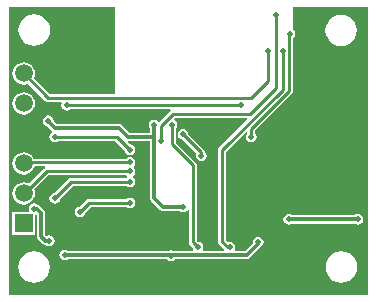
<source format=gbl>
G04*
G04 #@! TF.GenerationSoftware,Altium Limited,Altium Designer,21.7.2 (23)*
G04*
G04 Layer_Physical_Order=2*
G04 Layer_Color=16711680*
%FSLAX25Y25*%
%MOIN*%
G70*
G04*
G04 #@! TF.SameCoordinates,468C8543-70E2-46C5-B46D-702049A88486*
G04*
G04*
G04 #@! TF.FilePolarity,Positive*
G04*
G01*
G75*
%ADD11C,0.01000*%
%ADD49C,0.01181*%
%ADD61C,0.05906*%
%ADD62R,0.05906X0.05906*%
%ADD63C,0.01968*%
%ADD64R,0.03625X0.05150*%
%ADD65R,0.06594X0.06693*%
G36*
X121026Y1313D02*
X1313D01*
Y97113D01*
X36562D01*
Y68242D01*
X14914D01*
X9607Y73549D01*
X9845Y74122D01*
X9973Y75098D01*
X9845Y76075D01*
X9468Y76985D01*
X8868Y77766D01*
X8087Y78365D01*
X7177Y78742D01*
X6201Y78871D01*
X5224Y78742D01*
X4315Y78365D01*
X3533Y77766D01*
X2934Y76985D01*
X2557Y76075D01*
X2428Y75098D01*
X2557Y74122D01*
X2934Y73212D01*
X3533Y72431D01*
X4315Y71831D01*
X5224Y71455D01*
X6201Y71326D01*
X7177Y71455D01*
X7751Y71692D01*
X13442Y66001D01*
X13868Y65716D01*
X14370Y65617D01*
X18690D01*
X18926Y65175D01*
X18886Y65117D01*
X18749Y64425D01*
X18886Y63734D01*
X19278Y63148D01*
X19864Y62756D01*
X20555Y62619D01*
X21246Y62756D01*
X21779Y63113D01*
X55060D01*
X55205Y62634D01*
X55139Y62590D01*
X51507Y58957D01*
X51009Y59007D01*
X50947Y59100D01*
X50361Y59492D01*
X49669Y59629D01*
X48978Y59492D01*
X48392Y59100D01*
X48000Y58514D01*
X47863Y57823D01*
X48000Y57132D01*
X48264Y56737D01*
Y55330D01*
X41637D01*
X39049Y57919D01*
X38593Y58223D01*
X38055Y58330D01*
X17271D01*
X16219Y59382D01*
X16098Y59991D01*
X15706Y60576D01*
X15120Y60968D01*
X14429Y61106D01*
X13738Y60968D01*
X13152Y60576D01*
X12760Y59991D01*
X12623Y59299D01*
X12760Y58608D01*
X13152Y58022D01*
X13738Y57630D01*
X14061Y57566D01*
X15687Y55941D01*
X15638Y55443D01*
X15278Y55203D01*
X14886Y54616D01*
X14749Y53925D01*
X14886Y53234D01*
X15278Y52648D01*
X15864Y52256D01*
X16555Y52119D01*
X17246Y52256D01*
X17779Y52613D01*
X36783D01*
X39750Y49645D01*
X39886Y48962D01*
X40278Y48376D01*
X40864Y47985D01*
X41555Y47847D01*
X42246Y47985D01*
X42832Y48376D01*
X43224Y48962D01*
X43361Y49654D01*
X43224Y50345D01*
X42832Y50931D01*
X42246Y51322D01*
X41672Y51437D01*
X40978Y52131D01*
X41055Y52520D01*
X48264D01*
Y33697D01*
X48264Y33697D01*
X48264D01*
X48371Y33159D01*
X48676Y32703D01*
X51762Y29617D01*
X52218Y29312D01*
X52756Y29205D01*
X58363D01*
X58758Y28941D01*
X59449Y28804D01*
X60140Y28941D01*
X60726Y29333D01*
X60906Y29602D01*
X61384Y29457D01*
Y18799D01*
X61484Y18297D01*
X61769Y17871D01*
X62478Y17162D01*
X62603Y16533D01*
X62683Y16413D01*
X62448Y15972D01*
X56205D01*
X56105Y16039D01*
X55413Y16176D01*
X54722Y16039D01*
X54622Y15972D01*
X20968D01*
X20573Y16236D01*
X19882Y16373D01*
X19191Y16236D01*
X18605Y15844D01*
X18213Y15258D01*
X18076Y14567D01*
X18213Y13876D01*
X18605Y13290D01*
X19191Y12898D01*
X19882Y12761D01*
X20573Y12898D01*
X20968Y13162D01*
X54090D01*
X54136Y13093D01*
X54722Y12701D01*
X55413Y12564D01*
X56105Y12701D01*
X56691Y13093D01*
X56737Y13162D01*
X80512D01*
X81050Y13269D01*
X81505Y13574D01*
X85103Y17172D01*
X85628Y17522D01*
X86019Y18108D01*
X86157Y18799D01*
X86019Y19490D01*
X85628Y20076D01*
X85042Y20468D01*
X84350Y20606D01*
X83659Y20468D01*
X83073Y20076D01*
X82682Y19490D01*
X82544Y18799D01*
X82579Y18621D01*
X79930Y15972D01*
X76890D01*
X76654Y16413D01*
X76669Y16435D01*
X76806Y17126D01*
X76669Y17817D01*
X76277Y18403D01*
X75691Y18795D01*
X75000Y18932D01*
X74385Y18810D01*
X73655Y19540D01*
Y49025D01*
X80281Y55651D01*
X80541Y55543D01*
X80686Y55064D01*
X80386Y54616D01*
X80249Y53925D01*
X80386Y53234D01*
X80778Y52648D01*
X81364Y52256D01*
X82055Y52119D01*
X82746Y52256D01*
X83332Y52648D01*
X83724Y53234D01*
X83862Y53925D01*
X83724Y54616D01*
X83368Y55150D01*
Y56118D01*
X95712Y68462D01*
X95996Y68887D01*
X96096Y69390D01*
X96096Y69390D01*
X96096Y69390D01*
Y69390D01*
Y86968D01*
X96159Y87010D01*
X96551Y87596D01*
X96688Y88287D01*
X96551Y88979D01*
X96159Y89565D01*
X95927Y89720D01*
Y97113D01*
X121026D01*
Y1313D01*
D02*
G37*
G36*
X80804Y59887D02*
X71414Y50497D01*
X71130Y50071D01*
X71030Y49569D01*
Y18996D01*
X71130Y18494D01*
X71414Y18068D01*
X73048Y16434D01*
X72857Y15972D01*
X66096D01*
X65860Y16413D01*
X65940Y16533D01*
X66078Y17224D01*
X65940Y17916D01*
X65549Y18502D01*
X64963Y18893D01*
X64334Y19018D01*
X64009Y19343D01*
Y44435D01*
X63910Y44937D01*
X63625Y45363D01*
X56986Y52002D01*
Y56598D01*
X57342Y57132D01*
X57480Y57823D01*
X57342Y58514D01*
X56950Y59100D01*
X56365Y59492D01*
X56222Y59961D01*
X56611Y60349D01*
X80613D01*
X80804Y59887D01*
D02*
G37*
%LPC*%
G36*
X9746Y94839D02*
X8382Y94659D01*
X7111Y94133D01*
X6020Y93295D01*
X5182Y92204D01*
X4656Y90933D01*
X4476Y89569D01*
X4656Y88205D01*
X5182Y86934D01*
X6020Y85843D01*
X7111Y85005D01*
X8382Y84479D01*
X9746Y84299D01*
X11110Y84479D01*
X12381Y85005D01*
X13472Y85843D01*
X14309Y86934D01*
X14836Y88205D01*
X15015Y89569D01*
X14836Y90933D01*
X14309Y92204D01*
X13472Y93295D01*
X12381Y94133D01*
X11110Y94659D01*
X9746Y94839D01*
D02*
G37*
G36*
X112055Y94695D02*
X110691Y94515D01*
X109420Y93989D01*
X108329Y93151D01*
X107492Y92060D01*
X106965Y90789D01*
X106786Y89425D01*
X106965Y88061D01*
X107492Y86791D01*
X108329Y85699D01*
X109420Y84862D01*
X110691Y84335D01*
X112055Y84156D01*
X113419Y84335D01*
X114690Y84862D01*
X115781Y85699D01*
X116619Y86791D01*
X117145Y88061D01*
X117325Y89425D01*
X117145Y90789D01*
X116619Y92060D01*
X115781Y93151D01*
X114690Y93989D01*
X113419Y94515D01*
X112055Y94695D01*
D02*
G37*
G36*
X6201Y68871D02*
X5224Y68742D01*
X4315Y68365D01*
X3533Y67766D01*
X2934Y66985D01*
X2557Y66075D01*
X2428Y65098D01*
X2557Y64122D01*
X2934Y63212D01*
X3533Y62431D01*
X4315Y61831D01*
X5224Y61454D01*
X6201Y61326D01*
X7177Y61454D01*
X8087Y61831D01*
X8868Y62431D01*
X9468Y63212D01*
X9845Y64122D01*
X9973Y65098D01*
X9845Y66075D01*
X9468Y66985D01*
X8868Y67766D01*
X8087Y68365D01*
X7177Y68742D01*
X6201Y68871D01*
D02*
G37*
G36*
Y48871D02*
X5224Y48742D01*
X4315Y48365D01*
X3533Y47766D01*
X2934Y46985D01*
X2557Y46075D01*
X2428Y45098D01*
X2557Y44122D01*
X2934Y43212D01*
X3533Y42431D01*
X4315Y41831D01*
X5224Y41455D01*
X6201Y41326D01*
X7177Y41455D01*
X8087Y41831D01*
X8868Y42431D01*
X9468Y43212D01*
X9841Y44113D01*
X13170D01*
X13315Y43634D01*
X12895Y43353D01*
X7960Y38418D01*
X7177Y38742D01*
X6201Y38871D01*
X5224Y38742D01*
X4315Y38365D01*
X3533Y37766D01*
X2934Y36985D01*
X2557Y36075D01*
X2428Y35098D01*
X2557Y34122D01*
X2934Y33212D01*
X3533Y32431D01*
X4315Y31831D01*
X5224Y31455D01*
X6201Y31326D01*
X7177Y31455D01*
X8087Y31831D01*
X8868Y32431D01*
X9468Y33212D01*
X9845Y34122D01*
X9973Y35098D01*
X9845Y36075D01*
X9694Y36440D01*
X14367Y41113D01*
X40331D01*
X40611Y40925D01*
Y40425D01*
X40331Y40238D01*
X22055D01*
X21553Y40138D01*
X21127Y39853D01*
X16493Y35219D01*
X15864Y35094D01*
X15278Y34703D01*
X14886Y34117D01*
X14749Y33425D01*
X14886Y32734D01*
X15278Y32148D01*
X15864Y31756D01*
X16555Y31619D01*
X17246Y31756D01*
X17832Y32148D01*
X18224Y32734D01*
X18349Y33363D01*
X22599Y37613D01*
X40331D01*
X40864Y37256D01*
X41555Y37119D01*
X42246Y37256D01*
X42832Y37648D01*
X43224Y38234D01*
X43259Y38410D01*
X43268Y38423D01*
X43368Y38925D01*
X43268Y39428D01*
X43259Y39441D01*
X43224Y39617D01*
X42832Y40203D01*
X42246Y40594D01*
X42832Y41148D01*
X42832D01*
Y41148D01*
D01*
D01*
X42832D01*
X43224Y41734D01*
X43361Y42425D01*
X43224Y43117D01*
X42832Y43703D01*
Y44148D01*
X43224Y44734D01*
X43361Y45425D01*
X43224Y46117D01*
X42832Y46703D01*
X42246Y47094D01*
X41555Y47232D01*
X40864Y47094D01*
X40331Y46738D01*
X9570D01*
X9468Y46985D01*
X8868Y47766D01*
X8087Y48365D01*
X7177Y48742D01*
X6201Y48871D01*
D02*
G37*
G36*
X41555Y33732D02*
X40864Y33594D01*
X40331Y33238D01*
X28055D01*
X27553Y33138D01*
X27127Y32853D01*
X24993Y30719D01*
X24364Y30594D01*
X23778Y30202D01*
X23386Y29616D01*
X23249Y28925D01*
X23386Y28234D01*
X23778Y27648D01*
X24364Y27256D01*
X25055Y27119D01*
X25746Y27256D01*
X26332Y27648D01*
X26724Y28234D01*
X26849Y28863D01*
X28599Y30613D01*
X40331D01*
X40864Y30256D01*
X41555Y30119D01*
X42246Y30256D01*
X42832Y30648D01*
X43224Y31234D01*
X43361Y31925D01*
X43224Y32616D01*
X42832Y33202D01*
X42246Y33594D01*
X41555Y33732D01*
D02*
G37*
G36*
X117555Y28232D02*
X116864Y28094D01*
X116469Y27830D01*
X95641D01*
X95246Y28094D01*
X94555Y28232D01*
X93864Y28094D01*
X93278Y27703D01*
X92886Y27117D01*
X92749Y26425D01*
X92886Y25734D01*
X93278Y25148D01*
X93864Y24756D01*
X94555Y24619D01*
X95246Y24756D01*
X95641Y25020D01*
X116469D01*
X116864Y24756D01*
X117555Y24619D01*
X118246Y24756D01*
X118832Y25148D01*
X119224Y25734D01*
X119361Y26425D01*
X119224Y27117D01*
X118832Y27703D01*
X118246Y28094D01*
X117555Y28232D01*
D02*
G37*
G36*
X9744Y31826D02*
X9053Y31688D01*
X8467Y31297D01*
X8075Y30711D01*
X7938Y30020D01*
X8075Y29328D01*
X8108Y29280D01*
X7872Y28839D01*
X2461D01*
Y21358D01*
X9941D01*
Y27848D01*
X10188Y27965D01*
X10504Y27753D01*
Y20768D01*
X10611Y20230D01*
X10916Y19774D01*
X12294Y18396D01*
X12750Y18092D01*
X13287Y17985D01*
X13678D01*
X14073Y17721D01*
X14764Y17583D01*
X15455Y17721D01*
X16041Y18113D01*
X16433Y18699D01*
X16570Y19390D01*
X16433Y20081D01*
X16041Y20667D01*
X15455Y21059D01*
X14764Y21196D01*
X14073Y21059D01*
X13792Y20872D01*
X13314Y21350D01*
Y28642D01*
X13207Y29179D01*
X12903Y29635D01*
X11525Y31013D01*
X11069Y31318D01*
X10957Y31340D01*
X10435Y31688D01*
X9744Y31826D01*
D02*
G37*
G36*
X112108Y15901D02*
X110744Y15722D01*
X109473Y15195D01*
X108382Y14358D01*
X107545Y13267D01*
X107018Y11996D01*
X106839Y10632D01*
X107018Y9268D01*
X107545Y7997D01*
X108382Y6906D01*
X109473Y6069D01*
X110744Y5542D01*
X112108Y5362D01*
X113472Y5542D01*
X114743Y6069D01*
X115834Y6906D01*
X116672Y7997D01*
X117198Y9268D01*
X117378Y10632D01*
X117198Y11996D01*
X116672Y13267D01*
X115834Y14358D01*
X114743Y15195D01*
X113472Y15722D01*
X112108Y15901D01*
D02*
G37*
G36*
X9647D02*
X8284Y15722D01*
X7013Y15195D01*
X5921Y14358D01*
X5084Y13267D01*
X4558Y11996D01*
X4378Y10632D01*
X4558Y9268D01*
X5084Y7997D01*
X5921Y6906D01*
X7013Y6069D01*
X8284Y5542D01*
X9647Y5362D01*
X11011Y5542D01*
X12282Y6069D01*
X13374Y6906D01*
X14211Y7997D01*
X14737Y9268D01*
X14917Y10632D01*
X14737Y11996D01*
X14211Y13267D01*
X13374Y14358D01*
X12282Y15195D01*
X11011Y15722D01*
X9647Y15901D01*
D02*
G37*
G36*
X59315Y56578D02*
X58624Y56441D01*
X58038Y56049D01*
X57646Y55463D01*
X57509Y54772D01*
X57646Y54080D01*
X58038Y53494D01*
X58624Y53103D01*
X59253Y52978D01*
X63792Y48439D01*
X63784Y48428D01*
X63646Y47736D01*
X63784Y47045D01*
X64175Y46459D01*
X64762Y46067D01*
X65453Y45930D01*
X66144Y46067D01*
X66730Y46459D01*
X67122Y47045D01*
X67259Y47736D01*
X67122Y48428D01*
X66730Y49014D01*
X66513Y49159D01*
X66480Y49321D01*
X66196Y49747D01*
X61109Y54834D01*
X60984Y55463D01*
X60592Y56049D01*
X60006Y56441D01*
X59315Y56578D01*
D02*
G37*
%LPD*%
G54D11*
X22055Y38925D02*
X41555D01*
X16555Y33425D02*
X22055Y38925D01*
X25055Y28925D02*
X28055Y31925D01*
X41555D01*
X52055Y57650D02*
X56067Y61661D01*
X52055Y52425D02*
Y57650D01*
X37327Y53925D02*
X41598Y49654D01*
X6823Y45425D02*
X41555D01*
X13823Y42425D02*
X41555D01*
X16555Y53925D02*
X37327D01*
X41555Y38925D02*
X42055D01*
X20555Y64425D02*
X78555D01*
X6004Y34606D02*
X13823Y42425D01*
X6004Y44606D02*
X6823Y45425D01*
X55673Y51459D02*
Y57823D01*
X65267Y47921D02*
X65453Y47736D01*
X65267Y47921D02*
Y48819D01*
X59315Y54772D02*
X65267Y48819D01*
X94784Y88189D02*
X94882Y88287D01*
X87500Y72441D02*
Y82480D01*
X62697Y18799D02*
Y44435D01*
X55673Y51459D02*
X62697Y44435D01*
X72342Y18996D02*
Y49569D01*
X56067Y61661D02*
X81791D01*
X90240Y70110D01*
X72342Y49569D02*
X92512Y69738D01*
Y82480D01*
X82055Y53925D02*
Y56661D01*
X94784Y69390D01*
Y88189D01*
X6201Y75098D02*
X14370Y66929D01*
X81988D01*
X87500Y72441D01*
X62697Y18799D02*
X64272Y17224D01*
X74213Y17126D02*
X75000D01*
X72342Y18996D02*
X74213Y17126D01*
X90240Y70110D02*
Y94740D01*
G54D49*
X19882Y14567D02*
X80512D01*
X37700Y58894D02*
X43972D01*
X45142Y57724D01*
X14429Y59185D02*
X16689Y56925D01*
X14429Y59185D02*
Y59299D01*
X38055Y56925D02*
X41055Y53925D01*
X94555Y26425D02*
X117555D01*
X48977Y53925D02*
X49669Y54617D01*
X41055Y53925D02*
X48977D01*
X49669Y54617D02*
Y57823D01*
X84350Y18406D02*
Y18799D01*
X16689Y56925D02*
X38055D01*
X80512Y14567D02*
X84350Y18406D01*
X52756Y30610D02*
X59449D01*
X49669Y33697D02*
Y54617D01*
Y33697D02*
X52756Y30610D01*
X11909Y20768D02*
Y28642D01*
Y20768D02*
X13287Y19390D01*
X14764D01*
X10531Y30020D02*
X11909Y28642D01*
X9744Y30020D02*
X10531D01*
G54D61*
X6201Y75098D02*
D03*
Y65098D02*
D03*
Y55098D02*
D03*
Y45098D02*
D03*
Y35098D02*
D03*
G54D62*
Y25098D02*
D03*
G54D63*
X49669Y57823D02*
D03*
X55673D02*
D03*
X41555Y49654D02*
D03*
X14429Y59299D02*
D03*
X59315Y54772D02*
D03*
X94555Y26425D02*
D03*
X117555Y43925D02*
D03*
X41555Y38925D02*
D03*
Y31925D02*
D03*
Y45425D02*
D03*
Y42425D02*
D03*
X25055Y28925D02*
D03*
X20555Y64425D02*
D03*
X24555Y74425D02*
D03*
X28055Y76425D02*
D03*
Y82425D02*
D03*
Y88425D02*
D03*
X16055Y74425D02*
D03*
X52055Y52425D02*
D03*
X73055Y55925D02*
D03*
X66555Y42425D02*
D03*
X82055Y53925D02*
D03*
X117555Y26425D02*
D03*
X99555Y52425D02*
D03*
X80055Y36425D02*
D03*
X78555Y64425D02*
D03*
X16555Y33425D02*
D03*
Y53925D02*
D03*
X35055Y26925D02*
D03*
X95043Y60579D02*
D03*
X65453Y47736D02*
D03*
X92512Y82480D02*
D03*
X94882Y88287D02*
D03*
X87500Y82480D02*
D03*
X84350Y18799D02*
D03*
X110236Y80315D02*
D03*
X104035Y39370D02*
D03*
X59449Y30610D02*
D03*
X64272Y17224D02*
D03*
X75000Y17126D02*
D03*
X55413Y14370D02*
D03*
X60138Y18012D02*
D03*
X70177D02*
D03*
X79724Y18110D02*
D03*
X19882Y14567D02*
D03*
X14764Y19390D02*
D03*
X9744Y30020D02*
D03*
X44193Y57972D02*
D03*
X90158Y94488D02*
D03*
G54D64*
X43903Y57937D02*
D03*
G54D65*
X109955Y80264D02*
D03*
M02*

</source>
